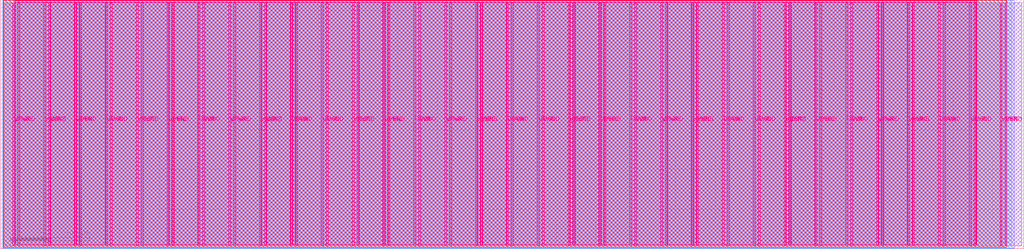
<source format=lef>
VERSION 5.7 ;
  NOWIREEXTENSIONATPIN ON ;
  DIVIDERCHAR "/" ;
  BUSBITCHARS "[]" ;
MACRO tt_um_rejunity_atari2600
  CLASS BLOCK ;
  FOREIGN tt_um_rejunity_atari2600 ;
  ORIGIN 0.000 0.000 ;
  SIZE 1289.280 BY 313.740 ;
  PIN VGND
    DIRECTION INOUT ;
    USE GROUND ;
    PORT
      LAYER Metal5 ;
        RECT 21.580 3.560 23.780 310.180 ;
    END
    PORT
      LAYER Metal5 ;
        RECT 60.450 3.560 62.650 310.180 ;
    END
    PORT
      LAYER Metal5 ;
        RECT 99.320 3.560 101.520 310.180 ;
    END
    PORT
      LAYER Metal5 ;
        RECT 138.190 3.560 140.390 310.180 ;
    END
    PORT
      LAYER Metal5 ;
        RECT 177.060 3.560 179.260 310.180 ;
    END
    PORT
      LAYER Metal5 ;
        RECT 215.930 3.560 218.130 310.180 ;
    END
    PORT
      LAYER Metal5 ;
        RECT 254.800 3.560 257.000 310.180 ;
    END
    PORT
      LAYER Metal5 ;
        RECT 293.670 3.560 295.870 310.180 ;
    END
    PORT
      LAYER Metal5 ;
        RECT 332.540 3.560 334.740 310.180 ;
    END
    PORT
      LAYER Metal5 ;
        RECT 371.410 3.560 373.610 310.180 ;
    END
    PORT
      LAYER Metal5 ;
        RECT 410.280 3.560 412.480 310.180 ;
    END
    PORT
      LAYER Metal5 ;
        RECT 449.150 3.560 451.350 310.180 ;
    END
    PORT
      LAYER Metal5 ;
        RECT 488.020 3.560 490.220 310.180 ;
    END
    PORT
      LAYER Metal5 ;
        RECT 526.890 3.560 529.090 310.180 ;
    END
    PORT
      LAYER Metal5 ;
        RECT 565.760 3.560 567.960 310.180 ;
    END
    PORT
      LAYER Metal5 ;
        RECT 604.630 3.560 606.830 310.180 ;
    END
    PORT
      LAYER Metal5 ;
        RECT 643.500 3.560 645.700 310.180 ;
    END
    PORT
      LAYER Metal5 ;
        RECT 682.370 3.560 684.570 310.180 ;
    END
    PORT
      LAYER Metal5 ;
        RECT 721.240 3.560 723.440 310.180 ;
    END
    PORT
      LAYER Metal5 ;
        RECT 760.110 3.560 762.310 310.180 ;
    END
    PORT
      LAYER Metal5 ;
        RECT 798.980 3.560 801.180 310.180 ;
    END
    PORT
      LAYER Metal5 ;
        RECT 837.850 3.560 840.050 310.180 ;
    END
    PORT
      LAYER Metal5 ;
        RECT 876.720 3.560 878.920 310.180 ;
    END
    PORT
      LAYER Metal5 ;
        RECT 915.590 3.560 917.790 310.180 ;
    END
    PORT
      LAYER Metal5 ;
        RECT 954.460 3.560 956.660 310.180 ;
    END
    PORT
      LAYER Metal5 ;
        RECT 993.330 3.560 995.530 310.180 ;
    END
    PORT
      LAYER Metal5 ;
        RECT 1032.200 3.560 1034.400 310.180 ;
    END
    PORT
      LAYER Metal5 ;
        RECT 1071.070 3.560 1073.270 310.180 ;
    END
    PORT
      LAYER Metal5 ;
        RECT 1109.940 3.560 1112.140 310.180 ;
    END
    PORT
      LAYER Metal5 ;
        RECT 1148.810 3.560 1151.010 310.180 ;
    END
    PORT
      LAYER Metal5 ;
        RECT 1187.680 3.560 1189.880 310.180 ;
    END
    PORT
      LAYER Metal5 ;
        RECT 1226.550 3.560 1228.750 310.180 ;
    END
    PORT
      LAYER Metal5 ;
        RECT 1265.420 3.560 1267.620 310.180 ;
    END
  END VGND
  PIN VPWR
    DIRECTION INOUT ;
    USE POWER ;
    PORT
      LAYER Metal5 ;
        RECT 15.380 3.560 17.580 310.180 ;
    END
    PORT
      LAYER Metal5 ;
        RECT 54.250 3.560 56.450 310.180 ;
    END
    PORT
      LAYER Metal5 ;
        RECT 93.120 3.560 95.320 310.180 ;
    END
    PORT
      LAYER Metal5 ;
        RECT 131.990 3.560 134.190 310.180 ;
    END
    PORT
      LAYER Metal5 ;
        RECT 170.860 3.560 173.060 310.180 ;
    END
    PORT
      LAYER Metal5 ;
        RECT 209.730 3.560 211.930 310.180 ;
    END
    PORT
      LAYER Metal5 ;
        RECT 248.600 3.560 250.800 310.180 ;
    END
    PORT
      LAYER Metal5 ;
        RECT 287.470 3.560 289.670 310.180 ;
    END
    PORT
      LAYER Metal5 ;
        RECT 326.340 3.560 328.540 310.180 ;
    END
    PORT
      LAYER Metal5 ;
        RECT 365.210 3.560 367.410 310.180 ;
    END
    PORT
      LAYER Metal5 ;
        RECT 404.080 3.560 406.280 310.180 ;
    END
    PORT
      LAYER Metal5 ;
        RECT 442.950 3.560 445.150 310.180 ;
    END
    PORT
      LAYER Metal5 ;
        RECT 481.820 3.560 484.020 310.180 ;
    END
    PORT
      LAYER Metal5 ;
        RECT 520.690 3.560 522.890 310.180 ;
    END
    PORT
      LAYER Metal5 ;
        RECT 559.560 3.560 561.760 310.180 ;
    END
    PORT
      LAYER Metal5 ;
        RECT 598.430 3.560 600.630 310.180 ;
    END
    PORT
      LAYER Metal5 ;
        RECT 637.300 3.560 639.500 310.180 ;
    END
    PORT
      LAYER Metal5 ;
        RECT 676.170 3.560 678.370 310.180 ;
    END
    PORT
      LAYER Metal5 ;
        RECT 715.040 3.560 717.240 310.180 ;
    END
    PORT
      LAYER Metal5 ;
        RECT 753.910 3.560 756.110 310.180 ;
    END
    PORT
      LAYER Metal5 ;
        RECT 792.780 3.560 794.980 310.180 ;
    END
    PORT
      LAYER Metal5 ;
        RECT 831.650 3.560 833.850 310.180 ;
    END
    PORT
      LAYER Metal5 ;
        RECT 870.520 3.560 872.720 310.180 ;
    END
    PORT
      LAYER Metal5 ;
        RECT 909.390 3.560 911.590 310.180 ;
    END
    PORT
      LAYER Metal5 ;
        RECT 948.260 3.560 950.460 310.180 ;
    END
    PORT
      LAYER Metal5 ;
        RECT 987.130 3.560 989.330 310.180 ;
    END
    PORT
      LAYER Metal5 ;
        RECT 1026.000 3.560 1028.200 310.180 ;
    END
    PORT
      LAYER Metal5 ;
        RECT 1064.870 3.560 1067.070 310.180 ;
    END
    PORT
      LAYER Metal5 ;
        RECT 1103.740 3.560 1105.940 310.180 ;
    END
    PORT
      LAYER Metal5 ;
        RECT 1142.610 3.560 1144.810 310.180 ;
    END
    PORT
      LAYER Metal5 ;
        RECT 1181.480 3.560 1183.680 310.180 ;
    END
    PORT
      LAYER Metal5 ;
        RECT 1220.350 3.560 1222.550 310.180 ;
    END
    PORT
      LAYER Metal5 ;
        RECT 1259.220 3.560 1261.420 310.180 ;
    END
  END VPWR
  PIN clk
    DIRECTION INPUT ;
    USE SIGNAL ;
    ANTENNAGATEAREA 3.863600 ;
    ANTENNADIFFAREA 12.092400 ;
    PORT
      LAYER Metal5 ;
        RECT 187.050 312.740 187.350 313.740 ;
    END
  END clk
  PIN ena
    DIRECTION INPUT ;
    USE SIGNAL ;
    PORT
      LAYER Metal5 ;
        RECT 190.890 312.740 191.190 313.740 ;
    END
  END ena
  PIN rst_n
    DIRECTION INPUT ;
    USE SIGNAL ;
    ANTENNAGATEAREA 0.725400 ;
    PORT
      LAYER Metal5 ;
        RECT 183.210 312.740 183.510 313.740 ;
    END
  END rst_n
  PIN ui_in[0]
    DIRECTION INPUT ;
    USE SIGNAL ;
    ANTENNAGATEAREA 0.213200 ;
    PORT
      LAYER Metal5 ;
        RECT 179.370 312.740 179.670 313.740 ;
    END
  END ui_in[0]
  PIN ui_in[1]
    DIRECTION INPUT ;
    USE SIGNAL ;
    ANTENNAGATEAREA 0.180700 ;
    PORT
      LAYER Metal5 ;
        RECT 175.530 312.740 175.830 313.740 ;
    END
  END ui_in[1]
  PIN ui_in[2]
    DIRECTION INPUT ;
    USE SIGNAL ;
    ANTENNAGATEAREA 0.213200 ;
    PORT
      LAYER Metal5 ;
        RECT 171.690 312.740 171.990 313.740 ;
    END
  END ui_in[2]
  PIN ui_in[3]
    DIRECTION INPUT ;
    USE SIGNAL ;
    ANTENNAGATEAREA 0.213200 ;
    PORT
      LAYER Metal5 ;
        RECT 167.850 312.740 168.150 313.740 ;
    END
  END ui_in[3]
  PIN ui_in[4]
    DIRECTION INPUT ;
    USE SIGNAL ;
    ANTENNAGATEAREA 0.180700 ;
    PORT
      LAYER Metal5 ;
        RECT 164.010 312.740 164.310 313.740 ;
    END
  END ui_in[4]
  PIN ui_in[5]
    DIRECTION INPUT ;
    USE SIGNAL ;
    ANTENNAGATEAREA 0.426400 ;
    PORT
      LAYER Metal5 ;
        RECT 160.170 312.740 160.470 313.740 ;
    END
  END ui_in[5]
  PIN ui_in[6]
    DIRECTION INPUT ;
    USE SIGNAL ;
    ANTENNAGATEAREA 0.213200 ;
    PORT
      LAYER Metal5 ;
        RECT 156.330 312.740 156.630 313.740 ;
    END
  END ui_in[6]
  PIN ui_in[7]
    DIRECTION INPUT ;
    USE SIGNAL ;
    ANTENNAGATEAREA 0.180700 ;
    PORT
      LAYER Metal5 ;
        RECT 152.490 312.740 152.790 313.740 ;
    END
  END ui_in[7]
  PIN uio_in[0]
    DIRECTION INPUT ;
    USE SIGNAL ;
    PORT
      LAYER Metal5 ;
        RECT 148.650 312.740 148.950 313.740 ;
    END
  END uio_in[0]
  PIN uio_in[1]
    DIRECTION INPUT ;
    USE SIGNAL ;
    ANTENNAGATEAREA 0.180700 ;
    PORT
      LAYER Metal5 ;
        RECT 144.810 312.740 145.110 313.740 ;
    END
  END uio_in[1]
  PIN uio_in[2]
    DIRECTION INPUT ;
    USE SIGNAL ;
    ANTENNAGATEAREA 0.213200 ;
    PORT
      LAYER Metal5 ;
        RECT 140.970 312.740 141.270 313.740 ;
    END
  END uio_in[2]
  PIN uio_in[3]
    DIRECTION INPUT ;
    USE SIGNAL ;
    PORT
      LAYER Metal5 ;
        RECT 137.130 312.740 137.430 313.740 ;
    END
  END uio_in[3]
  PIN uio_in[4]
    DIRECTION INPUT ;
    USE SIGNAL ;
    ANTENNAGATEAREA 0.180700 ;
    PORT
      LAYER Metal5 ;
        RECT 133.290 312.740 133.590 313.740 ;
    END
  END uio_in[4]
  PIN uio_in[5]
    DIRECTION INPUT ;
    USE SIGNAL ;
    ANTENNAGATEAREA 0.213200 ;
    PORT
      LAYER Metal5 ;
        RECT 129.450 312.740 129.750 313.740 ;
    END
  END uio_in[5]
  PIN uio_in[6]
    DIRECTION INPUT ;
    USE SIGNAL ;
    PORT
      LAYER Metal5 ;
        RECT 125.610 312.740 125.910 313.740 ;
    END
  END uio_in[6]
  PIN uio_in[7]
    DIRECTION INPUT ;
    USE SIGNAL ;
    PORT
      LAYER Metal5 ;
        RECT 121.770 312.740 122.070 313.740 ;
    END
  END uio_in[7]
  PIN uio_oe[0]
    DIRECTION OUTPUT ;
    USE SIGNAL ;
    ANTENNADIFFAREA 0.392700 ;
    PORT
      LAYER Metal5 ;
        RECT 56.490 312.740 56.790 313.740 ;
    END
  END uio_oe[0]
  PIN uio_oe[1]
    DIRECTION OUTPUT ;
    USE SIGNAL ;
    ANTENNAGATEAREA 0.109200 ;
    ANTENNADIFFAREA 0.632400 ;
    PORT
      LAYER Metal5 ;
        RECT 52.650 312.740 52.950 313.740 ;
    END
  END uio_oe[1]
  PIN uio_oe[2]
    DIRECTION OUTPUT ;
    USE SIGNAL ;
    ANTENNADIFFAREA 0.654800 ;
    PORT
      LAYER Metal5 ;
        RECT 48.810 312.740 49.110 313.740 ;
    END
  END uio_oe[2]
  PIN uio_oe[3]
    DIRECTION OUTPUT ;
    USE SIGNAL ;
    ANTENNADIFFAREA 0.392700 ;
    PORT
      LAYER Metal5 ;
        RECT 44.970 312.740 45.270 313.740 ;
    END
  END uio_oe[3]
  PIN uio_oe[4]
    DIRECTION OUTPUT ;
    USE SIGNAL ;
    ANTENNADIFFAREA 0.654800 ;
    PORT
      LAYER Metal5 ;
        RECT 41.130 312.740 41.430 313.740 ;
    END
  END uio_oe[4]
  PIN uio_oe[5]
    DIRECTION OUTPUT ;
    USE SIGNAL ;
    ANTENNAGATEAREA 0.470600 ;
    ANTENNADIFFAREA 0.632400 ;
    PORT
      LAYER Metal5 ;
        RECT 37.290 312.740 37.590 313.740 ;
    END
  END uio_oe[5]
  PIN uio_oe[6]
    DIRECTION OUTPUT ;
    USE SIGNAL ;
    ANTENNADIFFAREA 0.392700 ;
    PORT
      LAYER Metal5 ;
        RECT 33.450 312.740 33.750 313.740 ;
    END
  END uio_oe[6]
  PIN uio_oe[7]
    DIRECTION OUTPUT ;
    USE SIGNAL ;
    ANTENNADIFFAREA 0.392700 ;
    PORT
      LAYER Metal5 ;
        RECT 29.610 312.740 29.910 313.740 ;
    END
  END uio_oe[7]
  PIN uio_out[0]
    DIRECTION OUTPUT ;
    USE SIGNAL ;
    ANTENNADIFFAREA 0.654800 ;
    PORT
      LAYER Metal5 ;
        RECT 87.210 312.740 87.510 313.740 ;
    END
  END uio_out[0]
  PIN uio_out[1]
    DIRECTION OUTPUT ;
    USE SIGNAL ;
    ANTENNADIFFAREA 0.958400 ;
    PORT
      LAYER Metal5 ;
        RECT 83.370 312.740 83.670 313.740 ;
    END
  END uio_out[1]
  PIN uio_out[2]
    DIRECTION OUTPUT ;
    USE SIGNAL ;
    ANTENNADIFFAREA 0.632400 ;
    PORT
      LAYER Metal5 ;
        RECT 79.530 312.740 79.830 313.740 ;
    END
  END uio_out[2]
  PIN uio_out[3]
    DIRECTION OUTPUT ;
    USE SIGNAL ;
    ANTENNADIFFAREA 0.654800 ;
    PORT
      LAYER Metal5 ;
        RECT 75.690 312.740 75.990 313.740 ;
    END
  END uio_out[3]
  PIN uio_out[4]
    DIRECTION OUTPUT ;
    USE SIGNAL ;
    ANTENNADIFFAREA 0.632400 ;
    PORT
      LAYER Metal5 ;
        RECT 71.850 312.740 72.150 313.740 ;
    END
  END uio_out[4]
  PIN uio_out[5]
    DIRECTION OUTPUT ;
    USE SIGNAL ;
    ANTENNADIFFAREA 0.632400 ;
    PORT
      LAYER Metal5 ;
        RECT 68.010 312.740 68.310 313.740 ;
    END
  END uio_out[5]
  PIN uio_out[6]
    DIRECTION OUTPUT ;
    USE SIGNAL ;
    ANTENNADIFFAREA 0.392700 ;
    PORT
      LAYER Metal5 ;
        RECT 64.170 312.740 64.470 313.740 ;
    END
  END uio_out[6]
  PIN uio_out[7]
    DIRECTION OUTPUT ;
    USE SIGNAL ;
    ANTENNADIFFAREA 0.706800 ;
    PORT
      LAYER Metal5 ;
        RECT 60.330 312.740 60.630 313.740 ;
    END
  END uio_out[7]
  PIN uo_out[0]
    DIRECTION OUTPUT ;
    USE SIGNAL ;
    ANTENNADIFFAREA 0.988000 ;
    PORT
      LAYER Metal5 ;
        RECT 117.930 312.740 118.230 313.740 ;
    END
  END uo_out[0]
  PIN uo_out[1]
    DIRECTION OUTPUT ;
    USE SIGNAL ;
    ANTENNADIFFAREA 0.988000 ;
    PORT
      LAYER Metal5 ;
        RECT 114.090 312.740 114.390 313.740 ;
    END
  END uo_out[1]
  PIN uo_out[2]
    DIRECTION OUTPUT ;
    USE SIGNAL ;
    ANTENNADIFFAREA 0.988000 ;
    PORT
      LAYER Metal5 ;
        RECT 110.250 312.740 110.550 313.740 ;
    END
  END uo_out[2]
  PIN uo_out[3]
    DIRECTION OUTPUT ;
    USE SIGNAL ;
    ANTENNADIFFAREA 0.654800 ;
    PORT
      LAYER Metal5 ;
        RECT 106.410 312.740 106.710 313.740 ;
    END
  END uo_out[3]
  PIN uo_out[4]
    DIRECTION OUTPUT ;
    USE SIGNAL ;
    ANTENNADIFFAREA 0.988000 ;
    PORT
      LAYER Metal5 ;
        RECT 102.570 312.740 102.870 313.740 ;
    END
  END uo_out[4]
  PIN uo_out[5]
    DIRECTION OUTPUT ;
    USE SIGNAL ;
    ANTENNADIFFAREA 0.988000 ;
    PORT
      LAYER Metal5 ;
        RECT 98.730 312.740 99.030 313.740 ;
    END
  END uo_out[5]
  PIN uo_out[6]
    DIRECTION OUTPUT ;
    USE SIGNAL ;
    ANTENNADIFFAREA 0.988000 ;
    PORT
      LAYER Metal5 ;
        RECT 94.890 312.740 95.190 313.740 ;
    END
  END uo_out[6]
  PIN uo_out[7]
    DIRECTION OUTPUT ;
    USE SIGNAL ;
    ANTENNADIFFAREA 0.706800 ;
    PORT
      LAYER Metal5 ;
        RECT 91.050 312.740 91.350 313.740 ;
    END
  END uo_out[7]
  OBS
      LAYER GatPoly ;
        RECT 2.880 3.630 1286.400 310.110 ;
      LAYER Metal1 ;
        RECT 2.880 3.560 1286.400 310.180 ;
      LAYER Metal2 ;
        RECT 2.605 0.320 1276.945 313.420 ;
      LAYER Metal3 ;
        RECT 3.260 0.275 1274.020 313.475 ;
      LAYER Metal4 ;
        RECT 3.695 1.580 1267.485 313.420 ;
      LAYER Metal5 ;
        RECT 18.140 312.530 29.400 313.465 ;
        RECT 30.120 312.530 33.240 313.465 ;
        RECT 33.960 312.530 37.080 313.465 ;
        RECT 37.800 312.530 40.920 313.465 ;
        RECT 41.640 312.530 44.760 313.465 ;
        RECT 45.480 312.530 48.600 313.465 ;
        RECT 49.320 312.530 52.440 313.465 ;
        RECT 53.160 312.530 56.280 313.465 ;
        RECT 57.000 312.530 60.120 313.465 ;
        RECT 60.840 312.530 63.960 313.465 ;
        RECT 64.680 312.530 67.800 313.465 ;
        RECT 68.520 312.530 71.640 313.465 ;
        RECT 72.360 312.530 75.480 313.465 ;
        RECT 76.200 312.530 79.320 313.465 ;
        RECT 80.040 312.530 83.160 313.465 ;
        RECT 83.880 312.530 87.000 313.465 ;
        RECT 87.720 312.530 90.840 313.465 ;
        RECT 91.560 312.530 94.680 313.465 ;
        RECT 95.400 312.530 98.520 313.465 ;
        RECT 99.240 312.530 102.360 313.465 ;
        RECT 103.080 312.530 106.200 313.465 ;
        RECT 106.920 312.530 110.040 313.465 ;
        RECT 110.760 312.530 113.880 313.465 ;
        RECT 114.600 312.530 117.720 313.465 ;
        RECT 118.440 312.530 121.560 313.465 ;
        RECT 122.280 312.530 125.400 313.465 ;
        RECT 126.120 312.530 129.240 313.465 ;
        RECT 129.960 312.530 133.080 313.465 ;
        RECT 133.800 312.530 136.920 313.465 ;
        RECT 137.640 312.530 140.760 313.465 ;
        RECT 141.480 312.530 144.600 313.465 ;
        RECT 145.320 312.530 148.440 313.465 ;
        RECT 149.160 312.530 152.280 313.465 ;
        RECT 153.000 312.530 156.120 313.465 ;
        RECT 156.840 312.530 159.960 313.465 ;
        RECT 160.680 312.530 163.800 313.465 ;
        RECT 164.520 312.530 167.640 313.465 ;
        RECT 168.360 312.530 171.480 313.465 ;
        RECT 172.200 312.530 175.320 313.465 ;
        RECT 176.040 312.530 179.160 313.465 ;
        RECT 179.880 312.530 183.000 313.465 ;
        RECT 183.720 312.530 186.840 313.465 ;
        RECT 187.560 312.530 190.680 313.465 ;
        RECT 191.400 312.530 1229.860 313.465 ;
        RECT 18.140 310.390 1229.860 312.530 ;
        RECT 18.140 4.895 21.370 310.390 ;
        RECT 23.990 4.895 54.040 310.390 ;
        RECT 56.660 4.895 60.240 310.390 ;
        RECT 62.860 4.895 92.910 310.390 ;
        RECT 95.530 4.895 99.110 310.390 ;
        RECT 101.730 4.895 131.780 310.390 ;
        RECT 134.400 4.895 137.980 310.390 ;
        RECT 140.600 4.895 170.650 310.390 ;
        RECT 173.270 4.895 176.850 310.390 ;
        RECT 179.470 4.895 209.520 310.390 ;
        RECT 212.140 4.895 215.720 310.390 ;
        RECT 218.340 4.895 248.390 310.390 ;
        RECT 251.010 4.895 254.590 310.390 ;
        RECT 257.210 4.895 287.260 310.390 ;
        RECT 289.880 4.895 293.460 310.390 ;
        RECT 296.080 4.895 326.130 310.390 ;
        RECT 328.750 4.895 332.330 310.390 ;
        RECT 334.950 4.895 365.000 310.390 ;
        RECT 367.620 4.895 371.200 310.390 ;
        RECT 373.820 4.895 403.870 310.390 ;
        RECT 406.490 4.895 410.070 310.390 ;
        RECT 412.690 4.895 442.740 310.390 ;
        RECT 445.360 4.895 448.940 310.390 ;
        RECT 451.560 4.895 481.610 310.390 ;
        RECT 484.230 4.895 487.810 310.390 ;
        RECT 490.430 4.895 520.480 310.390 ;
        RECT 523.100 4.895 526.680 310.390 ;
        RECT 529.300 4.895 559.350 310.390 ;
        RECT 561.970 4.895 565.550 310.390 ;
        RECT 568.170 4.895 598.220 310.390 ;
        RECT 600.840 4.895 604.420 310.390 ;
        RECT 607.040 4.895 637.090 310.390 ;
        RECT 639.710 4.895 643.290 310.390 ;
        RECT 645.910 4.895 675.960 310.390 ;
        RECT 678.580 4.895 682.160 310.390 ;
        RECT 684.780 4.895 714.830 310.390 ;
        RECT 717.450 4.895 721.030 310.390 ;
        RECT 723.650 4.895 753.700 310.390 ;
        RECT 756.320 4.895 759.900 310.390 ;
        RECT 762.520 4.895 792.570 310.390 ;
        RECT 795.190 4.895 798.770 310.390 ;
        RECT 801.390 4.895 831.440 310.390 ;
        RECT 834.060 4.895 837.640 310.390 ;
        RECT 840.260 4.895 870.310 310.390 ;
        RECT 872.930 4.895 876.510 310.390 ;
        RECT 879.130 4.895 909.180 310.390 ;
        RECT 911.800 4.895 915.380 310.390 ;
        RECT 918.000 4.895 948.050 310.390 ;
        RECT 950.670 4.895 954.250 310.390 ;
        RECT 956.870 4.895 986.920 310.390 ;
        RECT 989.540 4.895 993.120 310.390 ;
        RECT 995.740 4.895 1025.790 310.390 ;
        RECT 1028.410 4.895 1031.990 310.390 ;
        RECT 1034.610 4.895 1064.660 310.390 ;
        RECT 1067.280 4.895 1070.860 310.390 ;
        RECT 1073.480 4.895 1103.530 310.390 ;
        RECT 1106.150 4.895 1109.730 310.390 ;
        RECT 1112.350 4.895 1142.400 310.390 ;
        RECT 1145.020 4.895 1148.600 310.390 ;
        RECT 1151.220 4.895 1181.270 310.390 ;
        RECT 1183.890 4.895 1187.470 310.390 ;
        RECT 1190.090 4.895 1220.140 310.390 ;
        RECT 1222.760 4.895 1226.340 310.390 ;
        RECT 1228.960 4.895 1229.860 310.390 ;
  END
END tt_um_rejunity_atari2600
END LIBRARY


</source>
